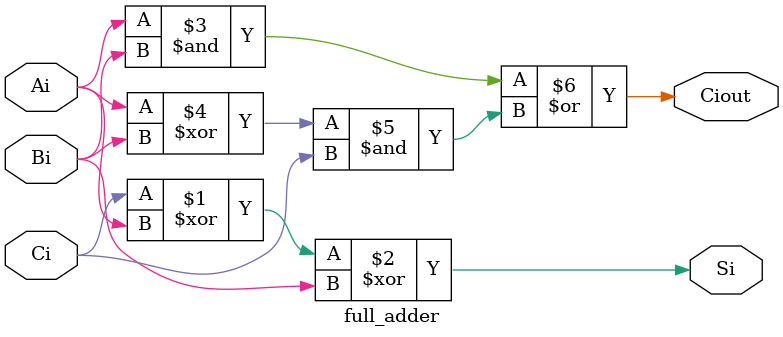
<source format=v>
module full_adder(Ai,Bi,Ci,Si,Ciout);
    input        Ai;           //输入端口
    input        Bi;           //输入端口
    input        Ci;           //低位进位,输入端口
    output     Si;             //本位和，输出端口
    output   Ciout;            //向高位进位，输出端口
    assign   Si = Ci^Ai^Bi;
    assign   Ciout = Ai & Bi|(Ai^Bi) & Ci;
endmodule
</source>
